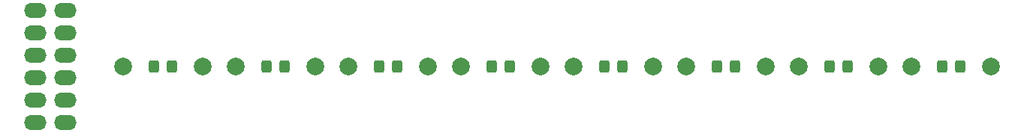
<source format=gbs>
G04 #@! TF.GenerationSoftware,KiCad,Pcbnew,6.0.8-f2edbf62ab~116~ubuntu22.04.1*
G04 #@! TF.CreationDate,2022-11-21T14:05:37-08:00*
G04 #@! TF.ProjectId,pmod-button,706d6f64-2d62-4757-9474-6f6e2e6b6963,rev?*
G04 #@! TF.SameCoordinates,Original*
G04 #@! TF.FileFunction,Soldermask,Bot*
G04 #@! TF.FilePolarity,Negative*
%FSLAX46Y46*%
G04 Gerber Fmt 4.6, Leading zero omitted, Abs format (unit mm)*
G04 Created by KiCad (PCBNEW 6.0.8-f2edbf62ab~116~ubuntu22.04.1) date 2022-11-21 14:05:37*
%MOMM*%
%LPD*%
G01*
G04 APERTURE LIST*
G04 Aperture macros list*
%AMRoundRect*
0 Rectangle with rounded corners*
0 $1 Rounding radius*
0 $2 $3 $4 $5 $6 $7 $8 $9 X,Y pos of 4 corners*
0 Add a 4 corners polygon primitive as box body*
4,1,4,$2,$3,$4,$5,$6,$7,$8,$9,$2,$3,0*
0 Add four circle primitives for the rounded corners*
1,1,$1+$1,$2,$3*
1,1,$1+$1,$4,$5*
1,1,$1+$1,$6,$7*
1,1,$1+$1,$8,$9*
0 Add four rect primitives between the rounded corners*
20,1,$1+$1,$2,$3,$4,$5,0*
20,1,$1+$1,$4,$5,$6,$7,0*
20,1,$1+$1,$6,$7,$8,$9,0*
20,1,$1+$1,$8,$9,$2,$3,0*%
G04 Aperture macros list end*
%ADD10C,2.000000*%
%ADD11O,2.540000X1.700000*%
%ADD12RoundRect,0.250000X0.325000X0.450000X-0.325000X0.450000X-0.325000X-0.450000X0.325000X-0.450000X0*%
G04 APERTURE END LIST*
D10*
G04 #@! TO.C,SW6*
X127580000Y-127000000D03*
X136580000Y-127000000D03*
G04 #@! TD*
G04 #@! TO.C,SW5*
X149280000Y-127000000D03*
X140280000Y-127000000D03*
G04 #@! TD*
G04 #@! TO.C,SW1*
X191080000Y-127000000D03*
X200080000Y-127000000D03*
G04 #@! TD*
G04 #@! TO.C,SW4*
X152980000Y-127000000D03*
X161980000Y-127000000D03*
G04 #@! TD*
G04 #@! TO.C,SW7*
X114880000Y-127000000D03*
X123880000Y-127000000D03*
G04 #@! TD*
G04 #@! TO.C,SW2*
X187380000Y-127000000D03*
X178380000Y-127000000D03*
G04 #@! TD*
G04 #@! TO.C,SW3*
X165680000Y-127000000D03*
X174680000Y-127000000D03*
G04 #@! TD*
G04 #@! TO.C,SW8*
X102180000Y-127000000D03*
X111180000Y-127000000D03*
G04 #@! TD*
D11*
G04 #@! TO.C,J1*
X95650000Y-120650000D03*
X95650000Y-123190000D03*
X95650000Y-125730000D03*
X95650000Y-128270000D03*
X95650000Y-130810000D03*
X95650000Y-133350000D03*
X92310000Y-120650000D03*
X92310000Y-123190000D03*
X92310000Y-125730000D03*
X92310000Y-128270000D03*
X92310000Y-130810000D03*
X92310000Y-133350000D03*
G04 #@! TD*
D12*
G04 #@! TO.C,R6*
X133105000Y-127000000D03*
X131055000Y-127000000D03*
G04 #@! TD*
G04 #@! TO.C,R8*
X107705000Y-127000000D03*
X105655000Y-127000000D03*
G04 #@! TD*
G04 #@! TO.C,R7*
X120405000Y-127000000D03*
X118355000Y-127000000D03*
G04 #@! TD*
G04 #@! TO.C,R2*
X183905000Y-127000000D03*
X181855000Y-127000000D03*
G04 #@! TD*
G04 #@! TO.C,R5*
X145805000Y-127000000D03*
X143755000Y-127000000D03*
G04 #@! TD*
G04 #@! TO.C,R1*
X196605000Y-127000000D03*
X194555000Y-127000000D03*
G04 #@! TD*
G04 #@! TO.C,R3*
X171205000Y-127000000D03*
X169155000Y-127000000D03*
G04 #@! TD*
G04 #@! TO.C,R4*
X158505000Y-127000000D03*
X156455000Y-127000000D03*
G04 #@! TD*
M02*

</source>
